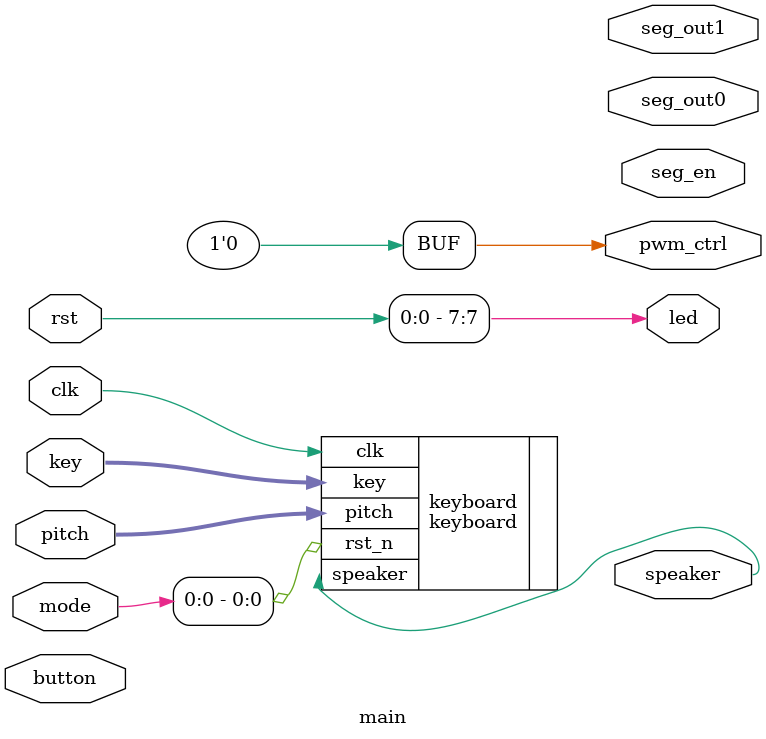
<source format=v>
`timescale 1ns / 1ps

module main(
    input clk, rst,
    input [2:0] button,   // 0: prev, 1: pause, 2: next
    input [2:0] mode,     // 011: auto, 001: manual, 111: study
    input [6:0] key,      // 0: do, 1: re, 2: mi, 3: fa, 4: sol, 5: la, 6: si
    input [1:0] pitch,    // 0: low, 1: high
    output [7:0] led, seg_en, seg_out0, seg_out1,
    output speaker, pwm_ctrl
    );
    
    parameter song_num = 0;
    assign pwm_ctrl = 0;
    assign led[7] = rst;
    wire [3:0] p0, p1, p2, p3, p4, p5, p6, p7;

    // seg_display(.clk(clk),
    //             .rst_n(rst),
    //             .p0(p0),.p1(p1),.p2(p2),.p3(p3),.p4(p4),.p5(p5),.p6(p6),.p7(p7),
    //             .seg_en(seg_en),.seg_out0(seg_out0), .seg_out1(seg_out1)
    //             );
    keyboard keyboard(.key(key), .clk(clk), .pitch(pitch), .rst_n(mode[0]), .speaker(speaker));

endmodule
</source>
